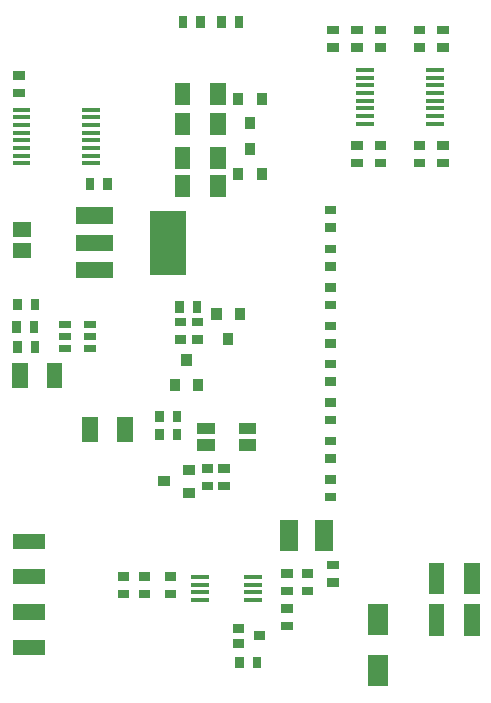
<source format=gbr>
G04 start of page 11 for group -4014 idx -4014 *
G04 Title: (unknown), bottompaste *
G04 Creator: pcb 20110918 *
G04 CreationDate: Thu 16 Aug 2012 15:00:27 GMT UTC *
G04 For: rob *
G04 Format: Gerber/RS-274X *
G04 PCB-Dimensions: 165354 236220 *
G04 PCB-Coordinate-Origin: lower left *
%MOIN*%
%FSLAX25Y25*%
%LNBOTTOMPASTE*%
%ADD132R,0.0689X0.0689*%
%ADD131R,0.0600X0.0600*%
%ADD130R,0.1220X0.1220*%
%ADD129R,0.0560X0.0560*%
%ADD128R,0.0530X0.0530*%
%ADD127R,0.0394X0.0394*%
%ADD126R,0.0290X0.0290*%
%ADD125R,0.0130X0.0130*%
%ADD124R,0.0240X0.0240*%
%ADD123R,0.0340X0.0340*%
%ADD122R,0.0512X0.0512*%
%ADD121R,0.0283X0.0283*%
G54D121*X60236Y229617D02*Y228649D01*
X66070Y229617D02*Y228649D01*
G54D122*X60039Y185038D02*Y182676D01*
X71849Y185038D02*Y182676D01*
G54D123*X71333Y132190D02*Y131590D01*
X79133Y132190D02*Y131590D01*
X75233Y123990D02*Y123390D01*
G54D124*X28348Y128241D02*X29948D01*
X28348Y124341D02*X29948D01*
X28348Y120441D02*X29948D01*
X20148D02*X21748D01*
X20148Y124341D02*X21748D01*
X20148Y128241D02*X21748D01*
G54D123*X78580Y203972D02*Y203372D01*
X86380Y203972D02*Y203372D01*
X82480Y195772D02*Y195172D01*
G54D121*X108768Y160665D02*X109736D01*
X108768Y166499D02*X109736D01*
X108768Y96492D02*X109736D01*
X108768Y102326D02*X109736D01*
X108768Y70901D02*X109736D01*
X108768Y76735D02*X109736D01*
G54D122*X144686Y46455D02*Y40945D01*
X156496Y46455D02*Y40945D01*
X6103Y32479D02*X11613D01*
X6103Y20669D02*X11613D01*
G54D125*X81200Y44231D02*X85806D01*
X81200Y41672D02*X85806D01*
X81200Y39114D02*X85806D01*
X81200Y36555D02*X85806D01*
X63484D02*X68090D01*
X63484Y39114D02*X68090D01*
X63484Y41672D02*X68090D01*
X63484Y44231D02*X68090D01*
G54D121*X55618Y38457D02*X56586D01*
X55618Y44291D02*X56586D01*
X46760Y38457D02*X47728D01*
X46760Y44291D02*X47728D01*
G54D123*X65238Y108524D02*Y107924D01*
X57438Y108524D02*Y107924D01*
X61338Y116724D02*Y116124D01*
G54D121*X108768Y147673D02*X109736D01*
X108768Y153507D02*X109736D01*
X146366Y220705D02*X147334D01*
X146366Y226539D02*X147334D01*
X78973Y16232D02*Y15264D01*
X84807Y16232D02*Y15264D01*
G54D126*X78330Y22006D02*X78930D01*
X78330Y27106D02*X78930D01*
X85330Y24606D02*X85930D01*
G54D122*X6103Y44291D02*X11613D01*
X6103Y56101D02*X11613D01*
G54D121*X94397Y45436D02*X95365D01*
X94397Y39602D02*X95365D01*
X94398Y33625D02*X95366D01*
X94398Y27791D02*X95366D01*
X101091Y45436D02*X102059D01*
X101091Y39602D02*X102059D01*
G54D122*X60039Y206299D02*Y203937D01*
X71849Y206299D02*Y203937D01*
X60039Y175787D02*Y173425D01*
X71849Y175787D02*Y173425D01*
G54D121*X109752Y226539D02*X110720D01*
X109752Y220705D02*X110720D01*
X39869Y38457D02*X40837D01*
X39869Y44291D02*X40837D01*
G54D125*X3996Y182089D02*X8602D01*
X3996Y184648D02*X8602D01*
X3996Y187207D02*X8602D01*
X3996Y189766D02*X8602D01*
X3996Y192324D02*X8602D01*
X3996Y194883D02*X8602D01*
X3996Y197442D02*X8602D01*
X3996Y200001D02*X8602D01*
X27224D02*X31830D01*
X27224Y197442D02*X31830D01*
X27224Y194883D02*X31830D01*
X27224Y192324D02*X31830D01*
X27224Y189766D02*X31830D01*
X27224Y187207D02*X31830D01*
X27224Y184648D02*X31830D01*
X27224Y182089D02*X31830D01*
G54D123*X86380Y178911D02*Y178311D01*
X78580Y178911D02*Y178311D01*
X82480Y187111D02*Y186511D01*
G54D127*X66929Y88188D02*X68897D01*
X66929Y93700D02*X68897D01*
X80709D02*X82677D01*
X80709Y88188D02*X82677D01*
G54D128*X17323Y113017D02*Y109817D01*
X5723Y113017D02*Y109817D01*
X29134Y94907D02*Y91707D01*
X40734Y94907D02*Y91707D01*
G54D129*X27418Y146512D02*X34018D01*
X27418Y155512D02*X34018D01*
X27418Y164612D02*X34018D01*
G54D130*X55118Y160012D02*Y151012D01*
G54D122*X6103Y152952D02*X6889D01*
X6103Y160038D02*X6889D01*
G54D121*X109752Y48192D02*X110720D01*
X109752Y42358D02*X110720D01*
G54D131*X95518Y60188D02*Y55952D01*
X107238Y60188D02*Y55952D01*
G54D121*X125500Y220705D02*X126468D01*
X125500Y226539D02*X126468D01*
G54D123*X61880Y79981D02*X62480D01*
X61880Y72181D02*X62480D01*
X53680Y76081D02*X54280D01*
G54D121*X34967Y175681D02*Y174713D01*
X29133Y175681D02*Y174713D01*
X64477Y123300D02*X65445D01*
X64477Y129134D02*X65445D01*
X59055Y134736D02*Y133768D01*
X64889Y134736D02*Y133768D01*
X67823Y80315D02*X68791D01*
X67823Y74481D02*X68791D01*
X73335Y80315D02*X74303D01*
X73335Y74481D02*X74303D01*
X58196Y98122D02*Y97154D01*
X52362Y98122D02*Y97154D01*
X58196Y92216D02*Y91248D01*
X52362Y92216D02*Y91248D01*
X10558Y128043D02*Y127075D01*
X4724Y128043D02*Y127075D01*
X4957Y121350D02*Y120382D01*
X10791Y121350D02*Y120382D01*
X58769Y123300D02*X59737D01*
X58769Y129134D02*X59737D01*
X5027Y211346D02*X5995D01*
X5027Y205512D02*X5995D01*
X4958Y135523D02*Y134555D01*
X10792Y135523D02*Y134555D01*
G54D122*X60039Y196457D02*Y194095D01*
X71849Y196457D02*Y194095D01*
G54D121*X138492Y226539D02*X139460D01*
X138492Y220705D02*X139460D01*
X146366Y187956D02*X147334D01*
X146366Y182122D02*X147334D01*
X108768Y134878D02*X109736D01*
X108768Y140712D02*X109736D01*
X108768Y109287D02*X109736D01*
X108768Y115121D02*X109736D01*
X108768Y83697D02*X109736D01*
X108768Y89531D02*X109736D01*
G54D125*X141791Y213187D02*X146397D01*
X141791Y210628D02*X146397D01*
X141791Y208069D02*X146397D01*
X141791Y205510D02*X146397D01*
X141791Y202952D02*X146397D01*
X141791Y200393D02*X146397D01*
X141791Y197834D02*X146397D01*
X141791Y195275D02*X146397D01*
X118563D02*X123169D01*
X118563Y197834D02*X123169D01*
X118563Y200393D02*X123169D01*
X118563Y202952D02*X123169D01*
X118563Y205510D02*X123169D01*
X118563Y208069D02*X123169D01*
X118563Y210628D02*X123169D01*
X118563Y213187D02*X123169D01*
G54D121*X138492Y182121D02*X139460D01*
X138492Y187955D02*X139460D01*
X73067Y229617D02*Y228649D01*
X78901Y229617D02*Y228649D01*
X117626Y182122D02*X118594D01*
X117626Y187956D02*X118594D01*
X125499Y187957D02*X126467D01*
X125499Y182123D02*X126467D01*
X117626Y226539D02*X118594D01*
X117626Y220705D02*X118594D01*
X108768Y122083D02*X109736D01*
X108768Y127917D02*X109736D01*
G54D122*X144686Y32676D02*Y27166D01*
X156496Y32676D02*Y27166D01*
G54D132*X125197Y31692D02*Y28149D01*
Y14763D02*Y11220D01*
M02*

</source>
